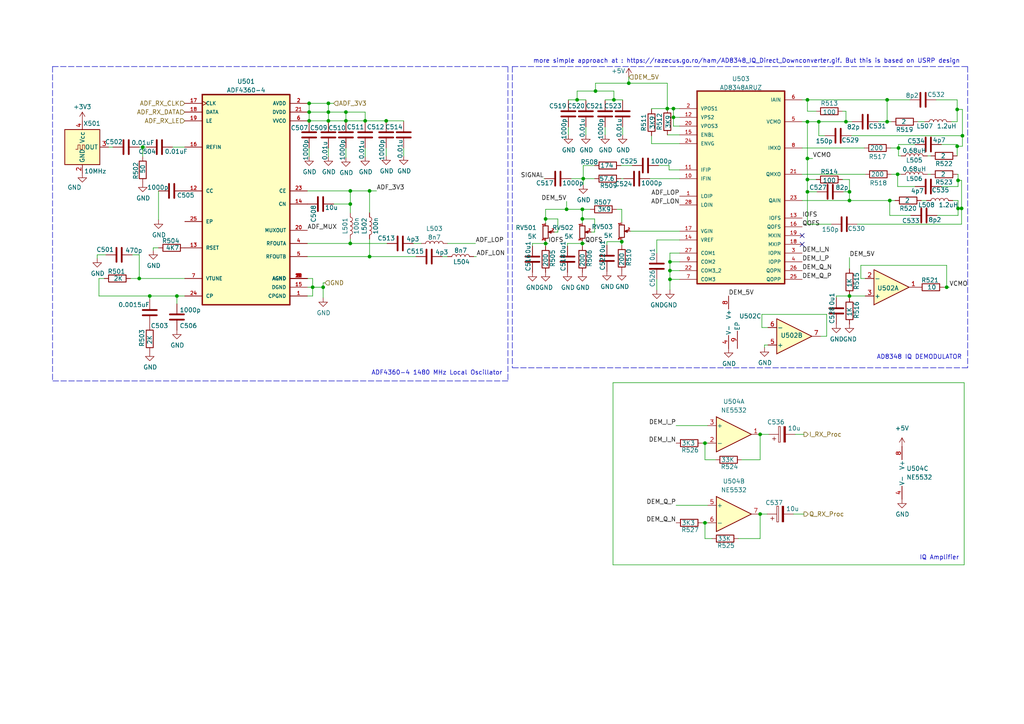
<source format=kicad_sch>
(kicad_sch (version 20231120) (generator "eeschema") (generator_version "8.0")
  (paper "A4")
  (junction (at 51.308 85.852))
  (junction (at 40.386 80.772))
  (junction (at 277.876 60.452))
  (junction (at 237.49 35.306))
  (junction (at 178.054 28.956))
  (junction (at 95.25 32.512))
  (junction (at 260.604 42.926))
  (junction (at 167.386 28.956))
  (junction (at 95.25 29.972))
  (junction (at 107.188 74.422))
  (junction (at 169.164 51.816))
  (junction (at 257.302 28.956))
  (junction (at 204.47 128.524))
  (junction (at 220.472 149.098))
  (junction (at 107.188 55.372))
  (junction (at 246.38 58.166))
  (junction (at 101.6 59.182))
  (junction (at 89.662 29.972))
  (junction (at 260.35 50.546))
  (junction (at 193.548 31.496))
  (junction (at 41.402 42.672))
  (junction (at 234.188 35.306))
  (junction (at 168.91 70.612))
  (junction (at 195.326 31.496))
  (junction (at 182.372 24.13))
  (junction (at 194.31 78.486))
  (junction (at 279.146 39.37))
  (junction (at 101.6 55.372))
  (junction (at 172.72 26.416))
  (junction (at 168.91 63.5))
  (junction (at 246.38 85.852))
  (junction (at 234.188 55.626))
  (junction (at 195.326 34.036))
  (junction (at 101.6 70.612))
  (junction (at 43.434 85.852))
  (junction (at 194.31 81.026))
  (junction (at 105.918 35.052))
  (junction (at 89.662 32.512))
  (junction (at 204.47 151.638))
  (junction (at 258.064 58.166))
  (junction (at 220.472 125.984))
  (junction (at 277.622 31.75))
  (junction (at 158.242 70.612))
  (junction (at 234.188 28.956))
  (junction (at 100.33 35.052))
  (junction (at 158.242 63.5))
  (junction (at 180.34 70.104))
  (junction (at 274.574 83.312))
  (junction (at 278.892 60.452))
  (junction (at 168.91 60.706))
  (junction (at 246.38 55.626))
  (junction (at 277.622 42.418))
  (junction (at 90.678 83.312))
  (junction (at 277.876 52.324))
  (junction (at 234.188 52.07))
  (junction (at 89.662 35.052))
  (junction (at 95.25 35.052))
  (junction (at 164.338 60.706))
  (junction (at 245.364 35.306))
  (junction (at 93.726 83.312))
  (junction (at 257.302 35.306))
  (junction (at 234.188 45.974))
  (junction (at 100.33 32.512))
  (junction (at 194.31 75.946))
  (junction (at 112.014 35.052))
  (no_connect (at 232.664 70.866))
  (no_connect (at 232.664 68.326))
  (wire (pts (xy 168.91 63.5) (xy 168.91 64.77)))
  (wire (pts (xy 239.776 91.186) (xy 220.98 91.186)))
  (wire (pts (xy 197.104 34.036) (xy 195.326 34.036)))
  (wire (pts (xy 89.154 32.512) (xy 89.662 32.512)))
  (wire (pts (xy 89.662 35.306) (xy 89.662 35.052)))
  (wire (pts (xy 279.146 39.37) (xy 279.146 42.418)))
  (wire (pts (xy 176.022 71.12) (xy 176.022 70.104)))
  (wire (pts (xy 273.05 54.102) (xy 277.876 54.102)))
  (wire (pts (xy 38.354 73.914) (xy 40.386 73.914)))
  (wire (pts (xy 276.352 58.166) (xy 277.876 58.166)))
  (wire (pts (xy 194.31 73.406) (xy 194.31 75.946)))
  (wire (pts (xy 274.574 83.312) (xy 275.336 83.312)))
  (wire (pts (xy 101.6 55.372) (xy 101.6 59.182)))
  (wire (pts (xy 268.986 50.546) (xy 270.002 50.546)))
  (wire (pts (xy 277.622 28.956) (xy 271.526 28.956)))
  (wire (pts (xy 117.094 45.212) (xy 117.094 42.926)))
  (wire (pts (xy 107.188 55.372) (xy 107.188 61.722)))
  (wire (pts (xy 158.242 70.612) (xy 159.004 70.612)))
  (wire (pts (xy 51.308 85.852) (xy 51.308 88.138)))
  (polyline (pts (xy 147.32 110.49) (xy 15.24 110.49)) (stroke (width 0) (type dash)))
  (wire (pts (xy 206.502 156.21) (xy 204.47 156.21)))
  (wire (pts (xy 236.728 52.07) (xy 234.188 52.07)))
  (wire (pts (xy 100.33 35.052) (xy 100.33 32.512)))
  (wire (pts (xy 94.234 82.042) (xy 93.726 82.042)))
  (wire (pts (xy 158.242 71.374) (xy 158.242 70.612)))
  (wire (pts (xy 40.386 80.772) (xy 53.594 80.772)))
  (polyline (pts (xy 15.24 19.304) (xy 15.24 110.49)) (stroke (width 0) (type dash)))
  (wire (pts (xy 234.188 28.956) (xy 257.302 28.956)))
  (wire (pts (xy 257.302 28.956) (xy 257.302 35.306)))
  (wire (pts (xy 244.348 32.258) (xy 245.364 32.258)))
  (wire (pts (xy 220.472 133.35) (xy 215.138 133.35)))
  (wire (pts (xy 95.25 29.972) (xy 89.662 29.972)))
  (wire (pts (xy 194.31 81.026) (xy 194.31 84.074)))
  (wire (pts (xy 277.622 41.91) (xy 277.622 42.418)))
  (wire (pts (xy 177.8 110.998) (xy 279.654 110.998)))
  (wire (pts (xy 277.622 28.956) (xy 277.622 31.75)))
  (wire (pts (xy 158.242 60.706) (xy 158.242 63.5)))
  (wire (pts (xy 245.364 35.306) (xy 247.142 35.306)))
  (wire (pts (xy 158.242 70.612) (xy 158.242 69.85)))
  (wire (pts (xy 242.57 85.852) (xy 246.38 85.852)))
  (wire (pts (xy 234.188 45.974) (xy 235.712 45.974)))
  (wire (pts (xy 154.432 71.374) (xy 154.432 70.612)))
  (wire (pts (xy 246.38 52.07) (xy 246.38 55.626)))
  (wire (pts (xy 178.816 60.706) (xy 180.34 60.706)))
  (wire (pts (xy 171.196 60.706) (xy 168.91 60.706)))
  (wire (pts (xy 278.892 52.324) (xy 278.892 60.452)))
  (wire (pts (xy 169.164 48.006) (xy 169.164 51.816)))
  (wire (pts (xy 220.472 156.21) (xy 214.122 156.21)))
  (wire (pts (xy 237.998 97.536) (xy 239.776 97.536)))
  (wire (pts (xy 249.682 80.772) (xy 250.952 80.772)))
  (wire (pts (xy 204.47 133.35) (xy 204.47 128.524)))
  (wire (pts (xy 246.38 85.852) (xy 246.38 86.36)))
  (wire (pts (xy 274.574 76.962) (xy 249.682 76.962)))
  (wire (pts (xy 258.572 50.546) (xy 260.35 50.546)))
  (wire (pts (xy 28.702 80.772) (xy 28.702 85.852)))
  (wire (pts (xy 180.34 69.596) (xy 180.34 70.104)))
  (wire (pts (xy 177.8 110.998) (xy 177.8 163.83)))
  (wire (pts (xy 167.386 26.416) (xy 172.72 26.416)))
  (wire (pts (xy 277.876 50.546) (xy 277.622 50.546)))
  (wire (pts (xy 236.982 55.626) (xy 234.188 55.626)))
  (wire (pts (xy 239.776 97.536) (xy 239.776 91.186)))
  (wire (pts (xy 180.594 28.956) (xy 180.594 29.21)))
  (polyline (pts (xy 148.59 19.304) (xy 280.67 19.304)) (stroke (width 0) (type dash)))
  (wire (pts (xy 279.654 110.998) (xy 279.654 163.83)))
  (wire (pts (xy 278.892 60.452) (xy 277.876 60.452)))
  (wire (pts (xy 260.604 45.212) (xy 261.366 45.212)))
  (wire (pts (xy 273.05 41.91) (xy 277.622 41.91)))
  (wire (pts (xy 190.5 69.596) (xy 197.104 69.596)))
  (wire (pts (xy 172.72 26.416) (xy 178.054 26.416)))
  (wire (pts (xy 275.844 35.306) (xy 277.622 35.306)))
  (wire (pts (xy 222.758 100.076) (xy 221.742 100.076)))
  (wire (pts (xy 193.548 31.496) (xy 195.326 31.496)))
  (wire (pts (xy 95.25 32.512) (xy 95.25 29.972)))
  (polyline (pts (xy 280.67 106.68) (xy 148.59 106.68)) (stroke (width 0) (type dash)))
  (wire (pts (xy 246.38 85.852) (xy 250.952 85.852)))
  (wire (pts (xy 100.33 35.306) (xy 100.33 35.052)))
  (wire (pts (xy 89.154 29.972) (xy 89.662 29.972)))
  (wire (pts (xy 169.164 48.006) (xy 172.466 48.006)))
  (wire (pts (xy 277.876 60.452) (xy 277.876 62.484)))
  (wire (pts (xy 95.25 35.306) (xy 95.25 35.052)))
  (wire (pts (xy 268.986 45.212) (xy 270.002 45.212)))
  (wire (pts (xy 169.926 39.116) (xy 169.926 36.83)))
  (wire (pts (xy 43.434 85.852) (xy 51.308 85.852)))
  (wire (pts (xy 260.604 45.212) (xy 260.604 42.926)))
  (wire (pts (xy 273.812 83.312) (xy 274.574 83.312)))
  (wire (pts (xy 105.918 35.052) (xy 112.014 35.052)))
  (wire (pts (xy 169.926 28.956) (xy 169.926 29.21)))
  (wire (pts (xy 176.022 70.104) (xy 180.34 70.104)))
  (wire (pts (xy 260.35 54.102) (xy 260.35 50.546)))
  (wire (pts (xy 258.064 62.484) (xy 264.16 62.484)))
  (wire (pts (xy 43.434 85.852) (xy 28.702 85.852)))
  (wire (pts (xy 277.876 54.102) (xy 277.876 52.324)))
  (wire (pts (xy 232.664 42.926) (xy 250.698 42.926)))
  (wire (pts (xy 194.056 48.006) (xy 194.056 49.276)))
  (wire (pts (xy 89.662 35.052) (xy 89.662 32.512)))
  (wire (pts (xy 277.622 45.212) (xy 277.622 42.418)))
  (wire (pts (xy 220.472 149.098) (xy 220.472 156.21)))
  (wire (pts (xy 260.604 41.91) (xy 260.604 42.926)))
  (wire (pts (xy 112.014 35.052) (xy 117.094 35.052)))
  (wire (pts (xy 259.588 58.166) (xy 258.064 58.166)))
  (wire (pts (xy 220.472 125.984) (xy 223.012 125.984)))
  (wire (pts (xy 157.734 51.816) (xy 157.988 51.816)))
  (polyline (pts (xy 148.59 19.304) (xy 148.59 106.68)) (stroke (width 0) (type dash)))
  (wire (pts (xy 41.402 42.672) (xy 41.402 45.466)))
  (wire (pts (xy 51.308 85.852) (xy 53.594 85.852)))
  (wire (pts (xy 158.242 63.5) (xy 158.242 64.77)))
  (wire (pts (xy 267.208 58.166) (xy 268.732 58.166)))
  (wire (pts (xy 190.5 69.596) (xy 190.5 73.406)))
  (wire (pts (xy 164.846 36.83) (xy 164.846 39.116)))
  (wire (pts (xy 204.47 151.638) (xy 205.232 151.638)))
  (wire (pts (xy 266.192 35.306) (xy 268.224 35.306)))
  (wire (pts (xy 168.91 70.612) (xy 168.91 71.374)))
  (wire (pts (xy 246.38 85.598) (xy 246.38 85.852)))
  (wire (pts (xy 195.326 36.576) (xy 195.326 34.036)))
  (wire (pts (xy 178.054 26.416) (xy 178.054 28.956)))
  (wire (pts (xy 193.548 24.13) (xy 182.372 24.13)))
  (wire (pts (xy 203.708 151.638) (xy 204.47 151.638)))
  (wire (pts (xy 254.762 35.306) (xy 257.302 35.306)))
  (wire (pts (xy 107.188 74.422) (xy 120.65 74.422)))
  (wire (pts (xy 241.046 65.024) (xy 234.188 65.024)))
  (wire (pts (xy 260.35 50.546) (xy 261.366 50.546)))
  (wire (pts (xy 197.104 41.656) (xy 188.976 41.656)))
  (wire (pts (xy 258.318 42.926) (xy 260.604 42.926)))
  (wire (pts (xy 242.57 85.852) (xy 242.57 86.36)))
  (wire (pts (xy 95.25 45.466) (xy 95.25 42.926)))
  (wire (pts (xy 164.338 58.42) (xy 164.338 60.706)))
  (wire (pts (xy 95.25 32.512) (xy 100.33 32.512)))
  (wire (pts (xy 195.326 34.036) (xy 195.326 31.496)))
  (wire (pts (xy 89.154 35.052) (xy 89.662 35.052)))
  (polyline (pts (xy 15.24 19.304) (xy 147.32 19.304)) (stroke (width 0) (type dash)))
  (wire (pts (xy 89.662 35.052) (xy 95.25 35.052)))
  (wire (pts (xy 105.918 32.512) (xy 105.918 35.052)))
  (wire (pts (xy 232.664 50.546) (xy 250.952 50.546)))
  (wire (pts (xy 168.91 60.706) (xy 168.91 63.5)))
  (wire (pts (xy 45.974 71.882) (xy 44.45 71.882)))
  (wire (pts (xy 277.876 52.324) (xy 277.876 50.546)))
  (wire (pts (xy 101.6 69.342) (xy 101.6 70.612)))
  (wire (pts (xy 188.976 31.496) (xy 193.548 31.496)))
  (wire (pts (xy 164.846 29.21) (xy 164.846 28.956)))
  (wire (pts (xy 279.146 31.75) (xy 279.146 39.37)))
  (wire (pts (xy 112.014 42.926) (xy 112.014 45.212)))
  (wire (pts (xy 117.094 35.052) (xy 117.094 35.306)))
  (wire (pts (xy 158.242 60.706) (xy 164.338 60.706)))
  (wire (pts (xy 89.662 32.512) (xy 89.662 29.972)))
  (wire (pts (xy 89.154 55.372) (xy 101.6 55.372)))
  (wire (pts (xy 190.5 81.026) (xy 190.5 84.074)))
  (wire (pts (xy 194.31 81.026) (xy 197.104 81.026)))
  (wire (pts (xy 180.594 39.116) (xy 180.594 36.83)))
  (wire (pts (xy 220.98 91.186) (xy 220.98 94.996)))
  (wire (pts (xy 95.25 35.052) (xy 95.25 32.512)))
  (wire (pts (xy 112.014 35.306) (xy 112.014 35.052)))
  (wire (pts (xy 43.434 85.852) (xy 43.434 86.868)))
  (wire (pts (xy 182.372 22.352) (xy 182.372 24.13)))
  (wire (pts (xy 96.774 59.182) (xy 101.6 59.182)))
  (wire (pts (xy 277.622 42.418) (xy 279.146 42.418)))
  (wire (pts (xy 172.466 63.5) (xy 168.91 63.5)))
  (wire (pts (xy 90.678 83.312) (xy 90.678 85.852)))
  (wire (pts (xy 182.88 67.056) (xy 197.104 67.056)))
  (wire (pts (xy 101.6 55.372) (xy 107.188 55.372)))
  (wire (pts (xy 164.846 28.956) (xy 167.386 28.956)))
  (wire (pts (xy 105.918 35.052) (xy 105.918 35.306)))
  (wire (pts (xy 31.496 42.672) (xy 32.766 42.672)))
  (wire (pts (xy 188.976 41.656) (xy 188.976 39.37)))
  (wire (pts (xy 89.154 74.422) (xy 107.188 74.422)))
  (wire (pts (xy 161.798 63.5) (xy 158.242 63.5)))
  (wire (pts (xy 154.432 70.612) (xy 158.242 70.612)))
  (wire (pts (xy 188.468 51.816) (xy 197.104 51.816)))
  (wire (pts (xy 93.726 86.36) (xy 93.726 83.312)))
  (wire (pts (xy 194.31 78.486) (xy 197.104 78.486)))
  (wire (pts (xy 234.188 28.956) (xy 234.188 32.258)))
  (wire (pts (xy 89.662 32.512) (xy 95.25 32.512)))
  (wire (pts (xy 160.782 67.31) (xy 161.798 67.31)))
  (wire (pts (xy 164.592 70.612) (xy 168.91 70.612)))
  (wire (pts (xy 232.664 28.956) (xy 234.188 28.956)))
  (wire (pts (xy 90.678 80.772) (xy 90.678 83.312)))
  (wire (pts (xy 234.188 45.974) (xy 234.188 35.306)))
  (wire (pts (xy 105.918 45.466) (xy 105.918 42.926)))
  (wire (pts (xy 230.124 149.098) (xy 233.172 149.098)))
  (wire (pts (xy 165.608 51.816) (xy 169.164 51.816)))
  (wire (pts (xy 107.188 69.342) (xy 107.188 74.422)))
  (wire (pts (xy 194.31 75.946) (xy 194.31 78.486)))
  (wire (pts (xy 90.678 85.852) (xy 89.154 85.852)))
  (wire (pts (xy 246.38 55.626) (xy 246.38 58.166)))
  (wire (pts (xy 220.472 149.098) (xy 222.504 149.098)))
  (wire (pts (xy 279.146 31.75) (xy 277.622 31.75)))
  (wire (pts (xy 172.466 67.31) (xy 172.466 63.5)))
  (wire (pts (xy 180.086 51.816) (xy 180.848 51.816)))
  (wire (pts (xy 257.302 28.956) (xy 263.906 28.956)))
  (wire (pts (xy 203.708 128.524) (xy 204.47 128.524)))
  (wire (pts (xy 119.888 70.612) (xy 122.174 70.612)))
  (wire (pts (xy 89.154 70.612) (xy 101.6 70.612)))
  (wire (pts (xy 221.742 100.076) (xy 221.742 100.838)))
  (wire (pts (xy 101.6 59.182) (xy 101.6 61.722)))
  (wire (pts (xy 168.91 69.85) (xy 168.91 70.612)))
  (wire (pts (xy 167.386 28.956) (xy 169.926 28.956)))
  (wire (pts (xy 175.514 29.21) (xy 175.514 28.956)))
  (wire (pts (xy 274.574 83.312) (xy 274.574 76.962)))
  (wire (pts (xy 204.47 156.21) (xy 204.47 151.638)))
  (wire (pts (xy 180.34 60.706) (xy 180.34 64.516)))
  (wire (pts (xy 100.33 42.926) (xy 100.33 45.72)))
  (wire (pts (xy 89.662 45.466) (xy 89.662 42.926)))
  (wire (pts (xy 193.548 24.13) (xy 193.548 31.496)))
  (wire (pts (xy 245.364 32.258) (xy 245.364 35.306)))
  (polyline (pts (xy 280.67 19.304) (xy 280.67 106.68)) (stroke (width 0) (type dash)))
  (wire (pts (xy 129.794 70.612) (xy 137.922 70.612)))
  (wire (pts (xy 93.726 83.312) (xy 90.678 83.312)))
  (wire (pts (xy 44.45 71.882) (xy 44.45 72.644)))
  (wire (pts (xy 279.654 163.83) (xy 177.8 163.83)))
  (wire (pts (xy 89.154 83.312) (xy 90.678 83.312)))
  (wire (pts (xy 164.592 71.374) (xy 164.592 70.612)))
  (wire (pts (xy 205.232 123.444) (xy 196.088 123.444)))
  (wire (pts (xy 194.31 78.486) (xy 194.31 81.026)))
  (wire (pts (xy 30.734 73.914) (xy 28.194 73.914)))
  (wire (pts (xy 230.632 125.984) (xy 233.172 125.984)))
  (wire (pts (xy 37.846 80.772) (xy 40.386 80.772)))
  (wire (pts (xy 220.98 94.996) (xy 222.758 94.996)))
  (wire (pts (xy 168.91 70.612) (xy 169.672 70.612)))
  (wire (pts (xy 95.25 29.972) (xy 96.774 29.972)))
  (wire (pts (xy 28.194 73.914) (xy 28.194 74.93)))
  (wire (pts (xy 265.43 54.102) (xy 260.35 54.102)))
  (wire (pts (xy 234.188 35.306) (xy 237.49 35.306)))
  (wire (pts (xy 100.33 35.052) (xy 105.918 35.052)))
  (wire (pts (xy 232.664 35.306) (xy 234.188 35.306)))
  (wire (pts (xy 40.386 73.914) (xy 40.386 80.772)))
  (wire (pts (xy 188.976 31.75) (xy 188.976 31.496)))
  (wire (pts (xy 277.876 58.166) (xy 277.876 60.452)))
  (wire (pts (xy 50.038 42.672) (xy 53.594 42.672)))
  (wire (pts (xy 234.188 52.07) (xy 234.188 45.974)))
  (wire (pts (xy 107.188 55.372) (xy 109.22 55.372)))
  (wire (pts (xy 197.104 36.576) (xy 195.326 36.576)))
  (wire (pts (xy 236.728 32.258) (xy 234.188 32.258)))
  (wire (pts (xy 246.888 39.37) (xy 279.146 39.37)))
  (wire (pts (xy 277.876 62.484) (xy 271.78 62.484)))
  (wire (pts (xy 101.6 70.612) (xy 112.268 70.612)))
  (wire (pts (xy 93.726 82.042) (xy 93.726 83.312)))
  (wire (pts (xy 89.154 80.772) (xy 90.678 80.772)))
  (wire (pts (xy 171.45 67.31) (xy 172.466 67.31)))
  (wire (pts (xy 257.302 35.306) (xy 258.572 35.306)))
  (wire (pts (xy 278.892 60.452) (xy 278.892 65.024)))
  (wire (pts (xy 244.602 55.626) (xy 246.38 55.626)))
  (wire (pts (xy 172.72 24.13) (xy 172.72 26.416)))
  (wire (pts (xy 194.056 49.276) (xy 197.104 49.276)))
  (wire (pts (xy 246.38 74.676) (xy 246.38 77.978)))
  (wire (pts (xy 172.466 51.816) (xy 169.164 51.816)))
  (wire (pts (xy 249.682 76.962) (xy 249.682 80.772)))
  (wire (pts (xy 277.622 31.75) (xy 277.622 35.306)))
  (wire (pts (xy 196.088 146.558) (xy 205.232 146.558)))
  (wire (pts (xy 193.548 39.116) (xy 197.104 39.116)))
  (wire (pts (xy 246.38 58.166) (xy 258.064 58.166)))
  (wire (pts (xy 197.104 31.496) (xy 195.326 31.496)))
  (wire (pts (xy 194.31 75.946) (xy 197.104 75.946)))
  (wire (pts (xy 191.008 48.006) (xy 194.056 48.006)))
  (wire (pts (xy 40.386 42.672) (xy 41.402 42.672)))
  (wire (pts (xy 237.49 35.306) (xy 245.364 35.306)))
  (wire (pts (xy 41.402 42.672) (xy 42.418 42.672)))
  (wire (pts (xy 237.49 35.306) (xy 237.49 39.37)))
  (wire (pts (xy 182.372 24.13) (xy 172.72 24.13)))
  (wire (pts (xy 248.666 65.024) (xy 278.892 65.024)))
  (wire (pts (xy 207.518 133.35) (xy 204.47 133.35)))
  (wire (pts (xy 175.514 28.956) (xy 178.054 28.956)))
  (wire (pts (xy 45.974 55.372) (xy 45.974 63.754)))
  (wire (pts (xy 161.798 67.31) (xy 161.798 63.5)))
  (wire (pts (xy 197.104 73.406) (xy 194.31 73.406)))
  (wire (pts (xy 178.054 28.956) (xy 180.594 28.956)))
  (polyline (pts (xy 147.32 19.304) (xy 147.32 110.49)) (stroke (width 0) (type dash)))
  (wire (pts (xy 234.188 52.07) (xy 234.188 55.626)))
  (wire (pts (xy 265.43 41.91) (xy 260.604 41.91)))
  (wire (pts (xy 234.188 55.626) (xy 234.188 65.024)))
  (wire (pts (xy 220.472 125.984) (xy 220.472 133.35)))
  (wire (pts (xy 244.348 52.07) (xy 246.38 52.07)))
  (wire (pts (xy 169.164 53.594) (xy 169.164 51.816)))
  (wire (pts (xy 137.414 74.422) (xy 138.176 74.422)))
  (wire (pts (xy 128.27 74.422) (xy 129.794 74.422)))
  (wire (pts (xy 95.25 35.052) (xy 100.33 35.052)))
  (wire (pts (xy 30.226 80.772) (xy 28.702 80.772)))
  (wire (pts (xy 204.47 128.524) (xy 205.232 128.524)))
  (wire (pts (xy 239.268 39.37) (xy 237.49 39.37)))
  (wire (pts (xy 100.33 32.512) (xy 105.918 32.512)))
  (wire (pts (xy 258.064 58.166) (xy 258.064 62.484)))
  (wire (pts (xy 232.664 58.166) (xy 246.38 58.166)))
  (wire (pts (xy 168.91 60.706) (xy 164.338 60.706)))
  (wire (pts (xy 180.086 48.006) (xy 183.388 48.006)))
  (wire (pts (xy 167.386 28.956) (xy 167.386 26.416)))
  (wire (pts (xy 277.876 52.324) (xy 278.892 52.324)))
  (wire (pts (xy 175.514 36.83) (xy 175.514 39.116)))
  (wire (pts (xy 180.34 71.12) (xy 180.34 70.104)))
  (text "ADF4360-4 1480 MHz Local Oscillator" (at 107.696 108.966 0) (effects (font (size 1.27 1.27)) (justify left bottom)))
  (text "IQ Amplifier" (at 266.7 162.56 0) (effects (font (size 1.27 1.27)) (justify left bottom)))
  (text "AD8348 IQ DEMODULATOR" (at 254.254 104.394 0) (effects (font (size 1.27 1.27)) (justify left bottom)))
  (text "more simple approach at : https://razecus.go.ro/ham/AD8348_IQ_Direct_Downconverter.gif. But this is based on USRP design" (at 216.535 17.78 0) (effects (font (size 1.27 1.27))))
  (label "DEM_I_N" (at 232.664 73.406 0))
  (label "ADF_LOP" (at 137.922 70.612 0))
  (label "VCMO" (at 275.336 83.312 0))
  (label "DEM_I_P" (at 232.664 75.946 0))
  (label "ADF_LOP" (at 197.104 56.896 180))
  (label "DEM_5V" (at 164.338 58.42 180))
  (label "SIGNAL" (at 157.734 51.816 180))
  (label "DEM_Q_P" (at 232.664 81.026 0))
  (label "DEM_5V" (at 246.38 74.676 0))
  (label "ADF_LON" (at 197.104 59.436 180))
  (label "DEM_5V" (at 211.328 85.852 0))
  (label "DEM_Q_P" (at 196.088 146.558 180))
  (label "QOFS" (at 169.672 70.612 0))
  (label "DEM_Q_N" (at 232.664 78.486 0))
  (label "ADF_LON" (at 138.176 74.422 0))
  (label "DEM_I_N" (at 196.088 128.524 180))
  (label "QOFS" (at 232.664 65.786 0))
  (label "IOFS" (at 159.004 70.612 0))
  (label "ADF_3V3" (at 109.22 55.372 0))
  (label "IOFS" (at 232.664 63.246 0))
  (label "VCMO" (at 235.712 45.974 0))
  (label "DEM_Q_N" (at 196.088 151.638 180))
  (label "DEM_I_P" (at 196.088 123.444 180))
  (label "ADF_MUX" (at 89.154 66.802 0))
  (hierarchical_label "ADF_3V3" (shape input) (at 96.774 29.972 0))
  (hierarchical_label "Q_RX_Proc" (shape output) (at 233.172 149.098 0))
  (hierarchical_label "ADF_RX_LE" (shape input) (at 53.594 35.052 180))
  (hierarchical_label "ADF_RX_DATA" (shape input) (at 53.594 32.512 180))
  (hierarchical_label "ADF_RX_CLK" (shape input) (at 53.594 29.972 180))
  (hierarchical_label "DEM_5V" (shape input) (at 182.372 22.352 0))
  (hierarchical_label "GND" (shape input) (at 94.234 82.042 0))
  (hierarchical_label "I_RX_Proc" (shape output) (at 233.172 125.984 0))
  (symbol (lib_id "Amplifier_Operational:NE5532") (at 264.16 137.16 0) (unit 3)
    (property "Reference" "U504" (at 262.89 135.8899 0) (effects (justify left)))
    (property "Value" "NE5532" (at 262.89 138.4299 0) (effects (justify left)))
    (property "Datasheet" "http://www.ti.com/lit/ds/symlink/ne5532.pdf" (effects (hide yes)))
    (property "Description" "Dual Low-Noise Operational Amplifiers, DIP-8/SOIC-8" (effects (hide yes)))
  )
  (symbol (lib_id "Device:R") (at 254.762 50.546 270) (unit 1)
    (property "Reference" "R518" (at 254.762 53.086 90))
    (property "Value" "200" (at 254.508 50.546 90))
    (property "Footprint" "Resistor_SMD:R_0805_2012Metric" (effects (hide yes)))
    (property "Description" "0805 Resistor" (effects (hide yes)))
    (property "Size" "0805" (effects (hide yes)))
  )
  (symbol (lib_id "Device:R") (at 176.276 51.816 270) (unit 1)
    (property "Reference" "R509" (at 176.53 53.848 90))
    (property "Value" "57.6" (at 176.022 51.816 90))
    (property "Footprint" "Resistor_SMD:R_0805_2012Metric" (effects (hide yes)))
    (property "Description" "0805 Resistor" (effects (hide yes)))
    (property "Size" "0805" (effects (hide yes)))
  )
  (symbol (lib_id "power:GND") (at 23.876 50.292 0) (unit 1)
    (property "Reference" "#PWR0534" (effects (hide yes)))
    (property "Value" "GND" (at 21.59 54.356 0))
  )
  (symbol (lib_id "Enevo_WE-10_library:GND") (at 45.974 63.754 0) (unit 1)
    (property "Reference" "#PWR0505" (effects (hide yes)))
    (property "Value" "GND" (at 46.101 68.1482 0))
  )
  (symbol (lib_id "Device:C") (at 175.514 33.02 180) (unit 1)
    (property "Reference" "C521" (at 175.006 30.734 0) (effects (justify left)))
    (property "Value" "1000p" (at 174.244 34.29 90) (effects (justify left)))
    (property "Footprint" "Capacitor_SMD:C_0805_2012Metric" (effects (hide yes)))
    (property "Description" "0805 Capacitor" (effects (hide yes)))
    (property "Size" "0805" (effects (hide yes)))
  )
  (symbol (lib_id "Device:R") (at 240.538 52.07 90) (unit 1)
    (property "Reference" "R514" (at 240.538 49.784 90))
    (property "Value" "100" (at 240.538 52.324 90))
    (property "Footprint" "Resistor_SMD:R_0805_2012Metric" (effects (hide yes)))
    (property "Description" "0805 Resistor" (effects (hide yes)))
    (property "Size" "0805" (effects (hide yes)))
  )
  (symbol (lib_id "Device:C") (at 92.964 59.182 270) (unit 1)
    (property "Reference" "C508" (at 90.932 59.436 0) (effects (justify left)))
    (property "Value" "10u" (at 94.234 60.198 90) (effects (justify left)))
    (property "Footprint" "Capacitor_SMD:C_1206_3216Metric" (effects (hide yes)))
    (property "Description" "1206 Capacitor" (effects (hide yes)))
    (property "Size" "1206" (effects (hide yes)))
  )
  (symbol (lib_id "Enevo_WE-10_library:GND") (at 246.38 93.98 0) (unit 1)
    (property "Reference" "#PWR0530" (effects (hide yes)))
    (property "Value" "GND" (at 246.507 98.3742 0))
  )
  (symbol (lib_id "Device:R") (at 158.242 75.184 0) (unit 1)
    (property "Reference" "R505" (at 160.274 74.93 90))
    (property "Value" "200" (at 158.242 75.438 90))
    (property "Footprint" "Resistor_SMD:R_0805_2012Metric" (effects (hide yes)))
    (property "Description" "0805 Resistor" (effects (hide yes)))
    (property "Size" "0805" (effects (hide yes)))
  )
  (symbol (lib_id "Amplifier_Operational:ADA4898-2") (at 213.868 93.472 0) (unit 3)
    (property "Reference" "U502" (at 214.376 91.694 0) (effects (justify left)))
    (property "Value" "ADA4898-2" (effects (hide yes)))
    (property "Footprint" "Package_SO:SOIC-8-1EP_3.9x4.9mm_P1.27mm_EP2.41x3.81mm" (effects (hide yes)))
    (property "Datasheet" "https://www.analog.com/media/en/technical-documentation/data-sheets/ada4898-1_4898-2.pdf" (effects (hide yes)))
    (property "Description" "Dual High Voltage, Low Noise, Low Distortion, Unity-Gain Stable, High Speed Op Amp, SOIC-8-1EP" (effects (hide yes)))
  )
  (symbol (lib_id "Enevo_WE-10_library:GND") (at 261.62 144.78 0) (unit 1)
    (property "Reference" "#PWR0531" (effects (hide yes)))
    (property "Value" "GND" (at 261.747 149.1742 0))
  )
  (symbol (lib_id "Device:R") (at 246.38 90.17 0) (unit 1)
    (property "Reference" "R516" (at 248.412 89.916 90))
    (property "Value" "1K" (at 246.38 90.424 90))
    (property "Footprint" "Resistor_SMD:R_0805_2012Metric" (effects (hide yes)))
    (property "Description" "0805 Resistor" (effects (hide yes)))
    (property "Size" "0805" (effects (hide yes)))
  )
  (symbol (lib_id "Amplifier_Operational:ADA4898-2") (at 230.378 97.536 0) (mirror x) (unit 2)
    (property "Reference" "U502" (at 229.616 97.282 0))
    (property "Value" "ADA4898-2" (effects (hide yes)))
    (property "Footprint" "Package_SO:SOIC-8-1EP_3.9x4.9mm_P1.27mm_EP2.41x3.81mm" (effects (hide yes)))
    (property "Datasheet" "https://www.analog.com/media/en/technical-documentation/data-sheets/ada4898-1_4898-2.pdf" (effects (hide yes)))
    (property "Description" "Dual High Voltage, Low Noise, Low Distortion, Unity-Gain Stable, High Speed Op Amp, SOIC-8-1EP" (effects (hide yes)))
  )
  (symbol (lib_id "Device:R") (at 43.434 98.298 0) (unit 1)
    (property "Reference" "R503" (at 41.148 98.044 90))
    (property "Value" "2K" (at 43.434 98.552 90))
    (property "Footprint" "Resistor_SMD:R_0805_2012Metric" (effects (hide yes)))
    (property "Description" "0805 Resistor" (effects (hide yes)))
    (property "Size" "0805" (effects (hide yes)))
  )
  (symbol (lib_id "Device:C") (at 164.846 33.02 180) (unit 1)
    (property "Reference" "C519" (at 164.338 30.734 0) (effects (justify left)))
    (property "Value" "1000p" (at 163.576 34.29 90) (effects (justify left)))
    (property "Footprint" "Capacitor_SMD:C_0805_2012Metric" (effects (hide yes)))
    (property "Description" "0805 Capacitor" (effects (hide yes)))
    (property "Size" "0805" (effects (hide yes)))
  )
  (symbol (lib_id "Device:C") (at 161.798 51.816 270) (unit 1)
    (property "Reference" "C517" (at 155.448 53.086 90) (effects (justify left)))
    (property "Value" "1000p" (at 163.068 53.086 90) (effects (justify left)))
    (property "Footprint" "Capacitor_SMD:C_0805_2012Metric" (effects (hide yes)))
    (property "Description" "0805 Capacitor" (effects (hide yes)))
    (property "Size" "0805" (effects (hide yes)))
  )
  (symbol (lib_id "Device:C") (at 124.46 74.422 270) (unit 1)
    (property "Reference" "C515" (at 117.856 72.898 90) (effects (justify left)))
    (property "Value" "4p3" (at 126.238 73.152 90) (effects (justify left)))
    (property "Footprint" "Capacitor_SMD:C_0805_2012Metric" (effects (hide yes)))
    (property "Description" "0805 Capacitor" (effects (hide yes)))
    (property "Size" "0805" (effects (hide yes)))
  )
  (symbol (lib_id "Device:R") (at 188.976 35.56 180) (unit 1)
    (property "Reference" "R511" (at 186.69 35.56 90))
    (property "Value" "3K9" (at 189.23 35.56 90))
    (property "Footprint" "Resistor_SMD:R_0805_2012Metric" (effects (hide yes)))
    (property "Description" "0805 Resistor" (effects (hide yes)))
    (property "Size" "0805" (effects (hide yes)))
  )
  (symbol (lib_id "Enevo_WE-10_library:GND") (at 41.402 53.086 0) (unit 1)
    (property "Reference" "#PWR0502" (effects (hide yes)))
    (property "Value" "GND" (at 41.529 57.4802 0))
  )
  (symbol (lib_id "Device:L") (at 101.6 65.532 0) (unit 1)
    (property "Reference" "L501" (at 100.076 65.532 90))
    (property "Value" "100n" (at 103.378 65.532 90))
    (property "Footprint" "Inductor_SMD:L_0805_2012Metric" (effects (hide yes)))
    (property "Description" "0805 Inductor" (effects (hide yes)))
    (property "Size" "0805" (effects (hide yes)))
  )
  (symbol (lib_id "Device:C") (at 240.792 55.626 270) (unit 1)
    (property "Reference" "C527" (at 234.696 54.356 90) (effects (justify left)))
    (property "Value" "82p" (at 242.316 54.356 90) (effects (justify left)))
    (property "Footprint" "Capacitor_SMD:C_0805_2012Metric" (effects (hide yes)))
    (property "Description" "0805 Capacitor" (effects (hide yes)))
    (property "Size" "0805" (effects (hide yes)))
  )
  (symbol (lib_id "Device:R") (at 240.538 32.258 90) (unit 1)
    (property "Reference" "R513" (at 240.538 29.972 90))
    (property "Value" "100" (at 240.538 32.512 90))
    (property "Footprint" "Resistor_SMD:R_0805_2012Metric" (effects (hide yes)))
    (property "Description" "0805 Resistor" (effects (hide yes)))
    (property "Size" "0805" (effects (hide yes)))
  )
  (symbol (lib_id "power:+5V") (at 261.62 129.54 0) (unit 1)
    (property "Reference" "#PWR0532" (effects (hide yes)))
    (property "Value" "+5V" (at 261.62 124.206 0))
    (property "Description" "Power symbol creates a global label with name \"+5V\"" (effects (hide yes)))
  )
  (symbol (lib_id "Device:C") (at 187.198 48.006 270) (unit 1)
    (property "Reference" "C525" (at 179.832 46.736 90) (effects (justify left)))
    (property "Value" "1000p" (at 188.722 46.736 90) (effects (justify left)))
    (property "Footprint" "Capacitor_SMD:C_0805_2012Metric" (effects (hide yes)))
    (property "Description" "0805 Capacitor" (effects (hide yes)))
    (property "Size" "0805" (effects (hide yes)))
  )
  (symbol (lib_id "Device:C") (at 100.33 39.116 180) (unit 1)
    (property "Reference" "C510" (at 100.33 37.084 0) (effects (justify left)))
    (property "Value" "1000p" (at 99.314 40.386 90) (effects (justify left)))
    (property "Footprint" "Capacitor_SMD:C_0805_2012Metric" (effects (hide yes)))
    (property "Description" "0805 Capacitor" (effects (hide yes)))
    (property "Size" "0805" (effects (hide yes)))
  )
  (symbol (lib_id "Device:R") (at 273.812 45.212 270) (unit 1)
    (property "Reference" "R522" (at 273.812 47.498 90))
    (property "Value" "2" (at 273.558 45.212 90))
    (property "Footprint" "Resistor_SMD:R_0805_2012Metric" (effects (hide yes)))
    (property "Description" "0805 Resistor" (effects (hide yes)))
    (property "Size" "0805" (effects (hide yes)))
  )
  (symbol (lib_id "Enevo_WE-10_library:GND") (at 95.25 45.466 0) (unit 1)
    (property "Reference" "#PWR0509" (effects (hide yes)))
    (property "Value" "GND" (at 95.377 49.8602 0))
  )
  (symbol (lib_id "Device:C") (at 176.022 74.93 0) (unit 1)
    (property "Reference" "C522" (at 174.752 78.486 90) (effects (justify left)))
    (property "Value" "0u1" (at 174.752 73.406 90) (effects (justify left)))
    (property "Footprint" "Capacitor_SMD:C_0805_2012Metric" (effects (hide yes)))
    (property "Description" "0805 Capacitor" (effects (hide yes)))
    (property "Size" "0805" (effects (hide yes)))
  )
  (symbol (lib_id "Device:R") (at 176.276 48.006 270) (unit 1)
    (property "Reference" "R508" (at 170.942 46.99 90))
    (property "Value" "174" (at 176.022 48.006 90))
    (property "Footprint" "Resistor_SMD:R_0805_2012Metric" (effects (hide yes)))
    (property "Description" "0805 Resistor" (effects (hide yes)))
    (property "Size" "0805" (effects (hide yes)))
  )
  (symbol (lib_id "Device:C") (at 95.25 39.116 180) (unit 1)
    (property "Reference" "C509" (at 94.996 37.084 0) (effects (justify left)))
    (property "Value" "0.01u" (at 94.234 40.894 90) (effects (justify left)))
    (property "Footprint" "Capacitor_SMD:C_0805_2012Metric" (effects (hide yes)))
    (property "Description" "0805 Capacitor" (effects (hide yes)))
    (property "Size" "0805" (effects (hide yes)))
  )
  (symbol (lib_id "Enevo_WE-10_library:GND") (at 169.164 53.594 0) (unit 1)
    (property "Reference" "#PWR0519" (effects (hide yes)))
    (property "Value" "GND" (at 169.291 57.9882 0))
  )
  (symbol (lib_id "Enevo_WE-10_library:GND") (at 154.432 78.994 0) (unit 1)
    (property "Reference" "#PWR0514" (effects (hide yes)))
    (property "Value" "GND" (at 154.559 83.3882 0))
  )
  (symbol (lib_id "Device:C") (at 112.014 39.116 180) (unit 1)
    (property "Reference" "C512" (at 111.506 36.83 0) (effects (justify left)))
    (property "Value" "1000p" (at 110.744 40.386 90) (effects (justify left)))
    (property "Footprint" "Capacitor_SMD:C_0805_2012Metric" (effects (hide yes)))
    (property "Description" "0805 Capacitor" (effects (hide yes)))
    (property "Size" "0805" (effects (hide yes)))
  )
  (symbol (lib_id "Device:R") (at 41.402 49.276 180) (unit 1)
    (property "Reference" "R502" (at 39.37 49.53 90))
    (property "Value" "50" (at 41.402 49.022 90))
    (property "Footprint" "Resistor_SMD:R_0805_2012Metric" (effects (hide yes)))
    (property "Description" "0805 Resistor" (effects (hide yes)))
    (property "Size" "0805" (effects (hide yes)))
  )
  (symbol (lib_id "Device:R_Potentiometer_Small") (at 168.91 67.31 0) (unit 1)
    (property "Reference" "RV502" (at 166.37 66.0399 0) (effects (justify right)))
    (property "Value" "5K" (at 166.37 68.5799 0) (effects (justify right)))
    (property "Description" "Potentiometer" (effects (hide yes)))
  )
  (symbol (lib_id "Enevo_WE-10_library:GND") (at 51.308 95.758 0) (unit 1)
    (property "Reference" "#PWR0506" (effects (hide yes)))
    (property "Value" "GND" (at 51.435 100.1522 0))
  )
  (symbol (lib_id "Device:C") (at 46.228 42.672 270) (unit 1)
    (property "Reference" "C504" (at 40.132 43.942 90) (effects (justify left)))
    (property "Value" "0.01uF" (at 47.752 43.942 90) (effects (justify left)))
    (property "Footprint" "Capacitor_SMD:C_0805_2012Metric" (effects (hide yes)))
    (property "Description" "0805 Capacitor" (effects (hide yes)))
    (property "Size" "0805" (effects (hide yes)))
  )
  (symbol (lib_id "Enevo_WE-10_library:GND") (at 112.014 45.212 0) (unit 1)
    (property "Reference" "#PWR0512" (effects (hide yes)))
    (property "Value" "GND" (at 112.141 49.6062 0))
  )
  (symbol (lib_id "Device:C") (at 34.544 73.914 270) (unit 1)
    (property "Reference" "C501" (at 27.94 72.39 90) (effects (justify left)))
    (property "Value" "470p" (at 36.322 72.644 90) (effects (justify left)))
    (property "Footprint" "Capacitor_SMD:C_0805_2012Metric" (effects (hide yes)))
    (property "Description" "0805 Capacitor" (effects (hide yes)))
    (property "Size" "0805" (effects (hide yes)))
  )
  (symbol (lib_id "Enevo_WE-10_library:GND") (at 158.242 78.994 0) (unit 1)
    (property "Reference" "#PWR0515" (effects (hide yes)))
    (property "Value" "GND" (at 158.369 83.3882 0))
  )
  (symbol (lib_id "Amplifier_Operational:NE5532") (at 212.852 125.984 0) (unit 1)
    (property "Reference" "U504" (at 212.852 116.459 0))
    (property "Value" "NE5532" (at 212.852 118.999 0))
    (property "Datasheet" "http://www.ti.com/lit/ds/symlink/ne5532.pdf" (effects (hide yes)))
    (property "Description" "Dual Low-Noise Operational Amplifiers, DIP-8/SOIC-8" (effects (hide yes)))
  )
  (symbol (lib_id "Device:R") (at 180.34 74.93 0) (unit 1)
    (property "Reference" "R510" (at 182.372 74.676 90))
    (property "Value" "200" (at 180.34 75.184 90))
    (property "Footprint" "Resistor_SMD:R_0805_2012Metric" (effects (hide yes)))
    (property "Description" "0805 Resistor" (effects (hide yes)))
    (property "Size" "0805" (effects (hide yes)))
  )
  (symbol (lib_id "Device:R") (at 168.91 75.184 0) (unit 1)
    (property "Reference" "R506" (at 170.942 74.93 90))
    (property "Value" "200" (at 168.91 75.438 90))
    (property "Footprint" "Resistor_SMD:R_0805_2012Metric" (effects (hide yes)))
    (property "Description" "0805 Resistor" (effects (hide yes)))
    (property "Size" "0805" (effects (hide yes)))
  )
  (symbol (lib_id "Device:L") (at 107.188 65.532 0) (unit 1)
    (property "Reference" "L502" (at 105.664 65.532 90))
    (property "Value" "100n" (at 108.966 65.532 90))
    (property "Footprint" "Inductor_SMD:L_0805_2012Metric" (effects (hide yes)))
    (property "Description" "0805 Inductor" (effects (hide yes)))
    (property "Size" "0805" (effects (hide yes)))
  )
  (symbol (lib_id "Device:C") (at 36.576 42.672 270) (unit 1)
    (property "Reference" "C502" (at 30.48 41.148 90) (effects (justify left)))
    (property "Value" "0.01uF" (at 38.1 41.402 90) (effects (justify left)))
    (property "Footprint" "Capacitor_SMD:C_0805_2012Metric" (effects (hide yes)))
    (property "Description" "0805 Capacitor" (effects (hide yes)))
    (property "Size" "0805" (effects (hide yes)))
  )
  (symbol (lib_id "Device:C") (at 244.856 65.024 90) (unit 1)
    (property "Reference" "C530" (at 250.952 66.294 90) (effects (justify left)))
    (property "Value" "150p" (at 243.332 66.548 90) (effects (justify left)))
    (property "Footprint" "Capacitor_SMD:C_0805_2012Metric" (effects (hide yes)))
    (property "Description" "0805 Capacitor" (effects (hide yes)))
    (property "Size" "0805" (effects (hide yes)))
  )
  (symbol (lib_id "Device:C") (at 117.094 39.116 180) (unit 1)
    (property "Reference" "C514" (at 116.84 36.83 0) (effects (justify left)))
    (property "Value" "0.01u" (at 116.078 40.386 90) (effects (justify left)))
    (property "Footprint" "Capacitor_SMD:C_0805_2012Metric" (effects (hide yes)))
    (property "Description" "0805 Capacitor" (effects (hide yes)))
    (property "Size" "0805" (effects (hide yes)))
  )
  (symbol (lib_id "Enevo_WE-10_library:GND") (at 211.328 101.092 0) (unit 1)
    (property "Reference" "#PWR0527" (effects (hide yes)))
    (property "Value" "GND" (at 211.455 105.4862 0))
  )
  (symbol (lib_id "Device:L") (at 272.034 35.306 90) (unit 1)
    (property "Reference" "L507" (at 268.224 36.576 90))
    (property "Value" "1.2uH" (at 274.574 36.576 90))
    (property "Footprint" "Inductor_SMD:L_0805_2012Metric" (effects (hide yes)))
    (property "Description" "0805 Inductor" (effects (hide yes)))
    (property "Size" "0805" (effects (hide yes)))
  )
  (symbol (lib_id "Enevo_WE-10_library:GND") (at 190.5 84.074 0) (unit 1)
    (property "Reference" "#PWR0525" (effects (hide yes)))
    (property "Value" "GND" (at 190.627 88.4682 0))
  )
  (symbol (lib_id "Device:C_Polarized") (at 226.314 149.098 90) (unit 1)
    (property "Reference" "C537" (at 224.536 145.796 90))
    (property "Value" "10u" (at 229.87 147.574 90))
    (property "Description" "Polarized capacitor" (effects (hide yes)))
  )
  (symbol (lib_id "Enevo_WE-10_library:GND") (at 169.926 39.116 0) (unit 1)
    (property "Reference" "#PWR0520" (effects (hide yes)))
    (property "Value" "GND" (at 170.053 43.5102 0))
  )
  (symbol (lib_id "Device:R") (at 199.898 128.524 270) (unit 1)
    (property "Reference" "R526" (at 200.152 130.556 90))
    (property "Value" "3K3" (at 199.644 128.524 90))
    (property "Footprint" "Resistor_SMD:R_0805_2012Metric" (effects (hide yes)))
    (property "Description" "0805 Resistor" (effects (hide yes)))
    (property "Size" "0805" (effects (hide yes)))
  )
  (symbol (lib_id "Enevo_WE-10_library:GND") (at 44.45 72.644 0) (unit 1)
    (property "Reference" "#PWR0504" (effects (hide yes)))
    (property "Value" "GND" (at 44.577 77.0382 0))
  )
  (symbol (lib_id "Enevo_WE-10_library:GND") (at 89.662 45.466 0) (unit 1)
    (property "Reference" "#PWR0507" (effects (hide yes)))
    (property "Value" "GND" (at 89.789 49.8602 0))
  )
  (symbol (lib_id "Device:L") (at 265.176 45.212 90) (unit 1)
    (property "Reference" "L505" (at 265.176 46.482 90))
    (property "Value" "0.68uH" (at 265.176 43.688 90))
    (property "Footprint" "Inductor_SMD:L_0805_2012Metric" (effects (hide yes)))
    (property "Description" "0805 Inductor" (effects (hide yes)))
    (property "Size" "0805" (effects (hide yes)))
  )
  (symbol (lib_id "Device:R") (at 175.006 60.706 90) (unit 1)
    (property "Reference" "R507" (at 174.752 58.674 90))
    (property "Value" "3K9" (at 175.26 60.706 90))
    (property "Footprint" "Resistor_SMD:R_0805_2012Metric" (effects (hide yes)))
    (property "Description" "0805 Resistor" (effects (hide yes)))
    (property "Size" "0805" (effects (hide yes)))
  )
  (symbol (lib_id "Device:R") (at 199.898 151.638 270) (unit 1)
    (property "Reference" "R527" (at 200.152 153.67 90))
    (property "Value" "3K3" (at 199.644 151.638 90))
    (property "Footprint" "Resistor_SMD:R_0805_2012Metric" (effects (hide yes)))
    (property "Description" "0805 Resistor" (effects (hide yes)))
    (property "Size" "0805" (effects (hide yes)))
  )
  (symbol (lib_id "Device:C") (at 49.784 55.372 270) (unit 1)
    (property "Reference" "C505" (at 51.308 56.642 90) (effects (justify left)))
    (property "Value" "1000p" (at 42.672 54.356 90) (effects (justify left)))
    (property "Footprint" "Capacitor_SMD:C_0805_2012Metric" (effects (hide yes)))
    (property "Description" "0805 Capacitor" (effects (hide yes)))
    (property "Size" "0805" (effects (hide yes)))
  )
  (symbol (lib_id "Device:R_Potentiometer_Small") (at 180.34 67.056 0) (unit 1)
    (property "Reference" "RV503" (at 177.8 65.7859 0) (effects (justify right)))
    (property "Value" "5K" (at 177.8 68.3259 0) (effects (justify right)))
    (property "Description" "Potentiometer" (effects (hide yes)))
  )
  (symbol (lib_id "Device:L") (at 272.542 58.166 90) (unit 1)
    (property "Reference" "L508" (at 268.732 59.436 90))
    (property "Value" "1.2uH" (at 275.082 59.436 90))
    (property "Footprint" "Inductor_SMD:L_0805_2012Metric" (effects (hide yes)))
    (property "Description" "0805 Inductor" (effects (hide yes)))
    (property "Size" "0805" (effects (hide yes)))
  )
  (symbol (lib_id "Enevo_WE-10_library:GND") (at 164.846 39.116 0) (unit 1)
    (property "Reference" "#PWR0517" (effects (hide yes)))
    (property "Value" "GND" (at 164.973 43.5102 0))
  )
  (symbol (lib_id "Oscillator:TG2520SMN-xx.xxxxxxMhz-xxxxNM") (at 23.876 42.672 0) (unit 1)
    (property "Reference" "X501" (at 29.21 35.814 0) (effects (justify right)))
    (property "Value" "10MHz" (at 30.861 49.657 0) (effects (justify right)))
    (property "Footprint" "Oscillator:Oscillator_SMD_SeikoEpson_TG2520SMN-xxx-xxxxxx-4Pin_2.5x2.0mm" (effects (hide yes)))
    (property "Datasheet" "https://support.epson.biz/td/api/doc_check.php?dl=app_TG2520SMN&lang=en" (effects (hide yes)))
    (property "Description" "Crystal Oscillator Low Profile / High Stability TCXO" (effects (hide yes)))
  )
  (symbol (lib_id "Device:C_Polarized") (at 226.822 125.984 90) (unit 1)
    (property "Reference" "C536" (at 225.044 122.428 90))
    (property "Value" "10u" (at 230.378 124.206 90))
    (property "Description" "Polarized capacitor" (effects (hide yes)))
  )
  (symbol (lib_id "Device:R") (at 211.328 133.35 270) (unit 1)
    (property "Reference" "R524" (at 211.582 135.382 90))
    (property "Value" "33K" (at 211.074 133.35 90))
    (property "Footprint" "Resistor_SMD:R_0805_2012Metric" (effects (hide yes)))
    (property "Description" "0805 Resistor" (effects (hide yes)))
    (property "Size" "0805" (effects (hide yes)))
  )
  (symbol (lib_id "Device:R") (at 246.38 81.788 0) (unit 1)
    (property "Reference" "R515" (at 248.412 81.534 90))
    (property "Value" "1K" (at 246.38 82.042 90))
    (property "Footprint" "Resistor_SMD:R_0805_2012Metric" (effects (hide yes)))
    (property "Description" "0805 Resistor" (effects (hide yes)))
    (property "Size" "0805" (effects (hide yes)))
  )
  (symbol (lib_id "Device:R_Potentiometer_Small") (at 158.242 67.31 0) (unit 1)
    (property "Reference" "RV501" (at 155.702 66.0399 0) (effects (justify right)))
    (property "Value" "5K" (at 155.702 68.5799 0) (effects (justify right)))
    (property "Description" "Potentiometer" (effects (hide yes)))
  )
  (symbol (lib_id "Device:C") (at 190.5 77.216 0) (unit 1)
    (property "Reference" "C526" (at 189.23 83.312 90) (effects (justify left)))
    (property "Value" "0u1" (at 189.23 75.692 90) (effects (justify left)))
    (property "Footprint" "Capacitor_SMD:C_0805_2012Metric" (effects (hide yes)))
    (property "Description" "0805 Capacitor" (effects (hide yes)))
    (property "Size" "0805" (effects (hide yes)))
  )
  (symbol (lib_id "Device:C") (at 51.308 91.948 0) (unit 1)
    (property "Reference" "C506" (at 52.07 94.488 0) (effects (justify left)))
    (property "Value" "1000p" (at 52.07 89.916 0) (effects (justify left)))
    (property "Footprint" "Capacitor_SMD:C_0805_2012Metric" (effects (hide yes)))
    (property "Description" "0805 Capacitor" (effects (hide yes)))
    (property "Size" "0805" (effects (hide yes)))
  )
  (symbol (lib_id "Enevo_WE-10_library:GND") (at 28.194 74.93 0) (unit 1)
    (property "Reference" "#PWR0501" (effects (hide yes)))
    (property "Value" "GND" (at 28.321 79.3242 0))
  )
  (symbol (lib_id "Enevo_WE-10_library:GND") (at 168.91 78.994 0) (unit 1)
    (property "Reference" "#PWR0518" (effects (hide yes)))
    (property "Value" "GND" (at 169.037 83.3882 0))
  )
  (symbol (lib_id "Device:R") (at 49.784 71.882 90) (unit 1)
    (property "Reference" "R504" (at 49.53 69.85 90))
    (property "Value" "4K7" (at 50.038 71.882 90))
    (property "Footprint" "Resistor_SMD:R_0805_2012Metric" (effects (hide yes)))
    (property "Description" "0805 Resistor" (effects (hide yes)))
    (property "Size" "0805" (effects (hide yes)))
  )
  (symbol (lib_id "Enevo_WE-10_library:GND") (at 117.094 45.212 0) (unit 1)
    (property "Reference" "#PWR0513" (effects (hide yes)))
    (property "Value" "GND" (at 117.221 49.6062 0))
  )
  (symbol (lib_id "Enevo_WE-10_library:GND") (at 221.742 100.838 0) (unit 1)
    (property "Reference" "#PWR0528" (effects (hide yes)))
    (property "Value" "GND" (at 221.869 105.2322 0))
  )
  (symbol (lib_id "Enevo_WE-10_library:GND") (at 194.31 84.074 0) (unit 1)
    (property "Reference" "#PWR0526" (effects (hide yes)))
    (property "Value" "GND" (at 194.437 88.4682 0))
  )
  (symbol (lib_id "Device:C") (at 180.594 33.02 180) (unit 1)
    (property "Reference" "C523" (at 180.34 30.734 0) (effects (justify left)))
    (property "Value" "0.01u" (at 179.578 34.29 90) (effects (justify left)))
    (property "Footprint" "Capacitor_SMD:C_0805_2012Metric" (effects (hide yes)))
    (property "Description" "0805 Capacitor" (effects (hide yes)))
    (property "Size" "0805" (effects (hide yes)))
  )
  (symbol (lib_id "Enevo_WE-10_library:GND") (at 43.434 102.108 0) (unit 1)
    (property "Reference" "#PWR0503" (effects (hide yes)))
    (property "Value" "GND" (at 43.561 106.5022 0))
  )
  (symbol (lib_id "ADF4360:ADF4360-5BCP") (at 71.374 57.912 0) (unit 1)
    (property "Reference" "U501" (at 71.374 23.622 0))
    (property "Value" "ADF4360-4" (at 71.374 26.162 0))
    (property "Footprint" "adf4360:QFN50P400X400X100-25N" (effects (hide yes)))
    (property "Description" "\nFanout Distribution, Integer N Synthesizer (RF) IC 1.4GHz 1 24-WFQFN Exposed Pad, CSP\n" (effects (hide yes)))
    (property "MF" "Analog Devices" (effects (hide yes)))
    (property "Package" "LFCSP-24 Analog Devices" (effects (hide yes)))
    (property "Price" "None" (effects (hide yes)))
    (property "SnapEDA_Link" "https://www.snapeda.com/parts/ADF4360-5BCP/Analog+Devices/view-part/?ref=snap" (effects (hide yes)))
    (property "MP" "ADF4360-5BCP" (effects (hide yes)))
    (property "Availability" "In Stock" (effects (hide yes)))
    (property "Check_prices" "https://www.snapeda.com/parts/ADF4360-5BCP/Analog+Devices/view-part/?ref=eda" (effects (hide yes)))
  )
  (symbol (lib_id "AD8348ARUZ:AD8348ARUZ") (at 214.884 51.816 0) (unit 1)
    (property "Reference" "U503" (at 214.884 22.86 0))
    (property "Value" "AD8348ARUZ" (at 214.884 25.4 0))
    (property "Footprint" "AD8348ARUZ:SOP65P640X120-28N" (effects (hide yes)))
    (property "Description" "\n50 MHz to 1000 MHz Quadrature Demodulator\n" (effects (hide yes)))
    (property "MF" "Analog Devices" (effects (hide yes)))
    (property "PACKAGE" "TSSOP-28" (effects (hide yes)))
    (property "MPN" "AD8348ARUZ" (effects (hide yes)))
    (property "Price" "None" (effects (hide yes)))
    (property "Package" "TSSOP -28 Analog Devices" (effects (hide yes)))
    (property "OC_FARNELL" "8397929" (effects (hide yes)))
    (property "SnapEDA_Link" "https://www.snapeda.com/parts/AD8348ARUZ/Analog+Devices/view-part/?ref=snap" (effects (hide yes)))
    (property "MP" "AD8348ARUZ" (effects (hide yes)))
    (property "Purchase-URL" "https://www.snapeda.com/api/url_track_click_mouser/?unipart_id=3136&manufacturer=Analog Devices&part_name=AD8348ARUZ&search_term=ad8348" (effects (hide yes)))
    (property "SUPPLIER" "ANALOG DEVICES" (effects (hide yes)))
    (property "OC_NEWARK" "19M0952" (effects (hide yes)))
    (property "Availability" "In Stock" (effects (hide yes)))
    (property "Check_prices" "https://www.snapeda.com/parts/AD8348ARUZ/Analog+Devices/view-part/?ref=eda" (effects (hide yes)))
    (property "Description_1" "\n50 MHz to 1000 MHz Quadrature Demodulator\n" (effects (hide yes)))
  )
  (symbol (lib_id "Device:L") (at 125.984 70.612 90) (unit 1)
    (property "Reference" "L503" (at 125.984 66.294 90))
    (property "Value" "8n7" (at 125.984 68.834 90))
    (property "Footprint" "Inductor_SMD:L_0805_2012Metric" (effects (hide yes)))
    (property "Description" "0805 Inductor" (effects (hide yes)))
    (property "Size" "0805" (effects (hide yes)))
  )
  (symbol (lib_id "Enevo_WE-10_library:GND") (at 180.34 78.74 0) (unit 1)
    (property "Reference" "#PWR0523" (effects (hide yes)))
    (property "Value" "GND" (at 180.467 83.1342 0))
  )
  (symbol (lib_id "Device:L") (at 133.604 74.422 90) (unit 1)
    (property "Reference" "L504" (at 133.858 75.946 90))
    (property "Value" "8n7" (at 133.604 72.644 90))
    (property "Footprint" "Inductor_SMD:L_0805_2012Metric" (effects (hide yes)))
    (property "Description" "0805 Inductor" (effects (hide yes)))
    (property "Size" "0805" (effects (hide yes)))
  )
  (symbol (lib_id "Device:R") (at 210.312 156.21 270) (unit 1)
    (property "Reference" "R525" (at 210.566 158.242 90))
    (property "Value" "33K" (at 210.058 156.21 90))
    (property "Footprint" "Resistor_SMD:R_0805_2012Metric" (effects (hide yes)))
    (property "Description" "0805 Resistor" (effects (hide yes)))
    (property "Size" "0805" (effects (hide yes)))
  )
  (symbol (lib_id "Enevo_WE-10_library:GND") (at 100.33 45.72 0) (unit 1)
    (property "Reference" "#PWR0510" (effects (hide yes)))
    (property "Value" "GND" (at 100.457 50.1142 0))
  )
  (symbol (lib_id "Device:C") (at 269.24 41.91 270) (unit 1)
    (property "Reference" "C534" (at 263.144 40.894 90) (effects (justify left)))
    (property "Value" "4p7" (at 270.51 40.64 90) (effects (justify left)))
    (property "Footprint" "Capacitor_SMD:C_0805_2012Metric" (effects (hide yes)))
    (property "Description" "0805 Capacitor" (effects (hide yes)))
    (property "Size" "0805" (effects (hide yes)))
  )
  (symbol (lib_id "Enevo_WE-10_library:GND") (at 164.592 78.994 0) (unit 1)
    (property "Reference" "#PWR0516" (effects (hide yes)))
    (property "Value" "GND" (at 164.719 83.3882 0))
  )
  (symbol (lib_id "Device:C") (at 243.078 39.37 90) (unit 1)
    (property "Reference" "C529" (at 249.174 40.64 90) (effects (justify left)))
    (property "Value" "150p" (at 241.554 40.894 90) (effects (justify left)))
    (property "Footprint" "Capacitor_SMD:C_0805_2012Metric" (effects (hide yes)))
    (property "Description" "0805 Capacitor" (effects (hide yes)))
    (property "Size" "0805" (effects (hide yes)))
  )
  (symbol (lib_id "power:+5V") (at 182.372 22.352 0) (unit 1)
    (property "Reference" "#PWR0535" (effects (hide yes)))
    (property "Value" "+5V" (at 179.324 20.574 0))
    (property "Description" "Power symbol creates a global label with name \"+5V\"" (effects (hide yes)))
  )
  (symbol (lib_id "Device:R") (at 193.548 35.306 180) (unit 1)
    (property "Reference" "R512" (at 191.262 35.306 90))
    (property "Value" "3K9" (at 193.802 35.306 90))
    (property "Footprint" "Resistor_SMD:R_0805_2012Metric" (effects (hide yes)))
    (property "Description" "0805 Resistor" (effects (hide yes)))
    (property "Size" "0805" (effects (hide yes)))
  )
  (symbol (lib_id "Device:R") (at 34.036 80.772 90) (unit 1)
    (property "Reference" "R501" (at 33.782 78.74 90))
    (property "Value" "2K" (at 34.29 80.772 90))
    (property "Footprint" "Resistor_SMD:R_0805_2012Metric" (effects (hide yes)))
    (property "Description" "0805 Resistor" (effects (hide yes)))
    (property "Size" "0805" (effects (hide yes)))
  )
  (symbol (lib_id "Device:R") (at 254.508 42.926 270) (unit 1)
    (property "Reference" "R517" (at 254.508 45.466 90))
    (property "Value" "200" (at 254.254 42.926 90))
    (property "Footprint" "Resistor_SMD:R_0805_2012Metric" (effects (hide yes)))
    (property "Description" "0805 Resistor" (effects (hide yes)))
    (property "Size" "0805" (effects (hide yes)))
  )
  (symbol (lib_id "Enevo_WE-10_library:GND") (at 242.57 93.98 0) (unit 1)
    (property "Reference" "#PWR0529" (effects (hide yes)))
    (property "Value" "GND" (at 242.697 98.3742 0))
  )
  (symbol (lib_id "Amplifier_Operational:NE5532") (at 212.852 149.098 0) (unit 2)
    (property "Reference" "U504" (at 212.852 139.573 0))
    (property "Value" "NE5532" (at 212.852 142.113 0))
    (property "Datasheet" "http://www.ti.com/lit/ds/symlink/ne5532.pdf" (effects (hide yes)))
    (property "Description" "Dual Low-Noise Operational Amplifiers, DIP-8/SOIC-8" (effects (hide yes)))
  )
  (symbol (lib_id "Device:R") (at 270.002 83.312 90) (unit 1)
    (property "Reference" "R521" (at 269.748 81.28 90))
    (property "Value" "10" (at 270.256 83.312 90))
    (property "Footprint" "Resistor_SMD:R_0805_2012Metric" (effects (hide yes)))
    (property "Description" "0805 Resistor" (effects (hide yes)))
    (property "Size" "0805" (effects (hide yes)))
  )
  (symbol (lib_id "Device:L") (at 265.176 50.546 90) (unit 1)
    (property "Reference" "L506" (at 265.176 51.816 90))
    (property "Value" "0.68uH" (at 265.176 49.022 90))
    (property "Footprint" "Inductor_SMD:L_0805_2012Metric" (effects (hide yes)))
    (property "Description" "0805 Inductor" (effects (hide yes)))
    (property "Size" "0805" (effects (hide yes)))
  )
  (symbol (lib_id "Enevo_WE-10_library:GND") (at 180.594 39.116 0) (unit 1)
    (property "Reference" "#PWR0524" (effects (hide yes)))
    (property "Value" "GND" (at 180.721 43.5102 0))
  )
  (symbol (lib_id "Enevo_WE-10_library:GND") (at 176.022 78.74 0) (unit 1)
    (property "Reference" "#PWR0522" (effects (hide yes)))
    (property "Value" "GND" (at 176.149 83.1342 0))
  )
  (symbol (lib_id "Device:C") (at 43.434 90.678 0) (unit 1)
    (property "Reference" "C503" (at 43.688 94.488 0) (effects (justify left)))
    (property "Value" "0.0015uF" (at 34.29 88.392 0) (effects (justify left)))
    (property "Footprint" "Capacitor_SMD:C_0805_2012Metric" (effects (hide yes)))
    (property "Description" "0805 Capacitor" (effects (hide yes)))
    (property "Size" "0805" (effects (hide yes)))
  )
  (symbol (lib_id "Device:C") (at 105.918 39.116 180) (unit 1)
    (property "Reference" "C511" (at 105.664 36.83 0) (effects (justify left)))
    (property "Value" "0.01u" (at 104.902 40.64 90) (effects (justify left)))
    (property "Footprint" "Capacitor_SMD:C_0805_2012Metric" (effects (hide yes)))
    (property "Description" "0805 Capacitor" (effects (hide yes)))
    (property "Size" "0805" (effects (hide yes)))
  )
  (symbol (lib_id "Device:C") (at 267.716 28.956 90) (unit 1)
    (property "Reference" "C532" (at 274.066 27.432 90) (effects (justify left)))
    (property "Value" "8p2" (at 266.446 27.686 90) (effects (justify left)))
    (property "Footprint" "Capacitor_SMD:C_0805_2012Metric" (effects (hide yes)))
    (property "Description" "0805 Capacitor" (effects (hide yes)))
    (property "Size" "0805" (effects (hide yes)))
  )
  (symbol (lib_id "Device:C") (at 169.926 33.02 180) (unit 1)
    (property "Reference" "C520" (at 169.672 30.734 0) (effects (justify left)))
    (property "Value" "0.01u" (at 168.91 34.29 90) (effects (justify left)))
    (property "Footprint" "Capacitor_SMD:C_0805_2012Metric" (effects (hide yes)))
    (property "Description" "0805 Capacitor" (effects (hide yes)))
    (property "Size" "0805" (effects (hide yes)))
  )
  (symbol (lib_id "Device:C") (at 184.658 51.816 270) (unit 1)
    (property "Reference" "C524" (at 178.308 53.34 90) (effects (justify left)))
    (property "Value" "1000p" (at 185.928 53.086 90) (effects (justify left)))
    (property "Footprint" "Capacitor_SMD:C_0805_2012Metric" (effects (hide yes)))
    (property "Description" "0805 Capacitor" (effects (hide yes)))
    (property "Size" "0805" (effects (hide yes)))
  )
  (symbol (lib_id "Enevo_WE-10_library:GND") (at 93.726 86.36 0) (unit 1)
    (property "Reference" "#PWR0508" (effects (hide yes)))
    (property "Value" "GND" (at 93.853 90.7542 0))
  )
  (symbol (lib_id "Device:C") (at 164.592 75.184 0) (unit 1)
    (property "Reference" "C518" (at 163.322 78.74 90) (effects (justify left)))
    (property "Value" "0u1" (at 163.322 73.66 90) (effects (justify left)))
    (property "Footprint" "Capacitor_SMD:C_0805_2012Metric" (effects (hide yes)))
    (property "Description" "0805 Capacitor" (effects (hide yes)))
    (property "Size" "0805" (effects (hide yes)))
  )
  (symbol (lib_id "Device:C") (at 267.97 62.484 270) (unit 1)
    (property "Reference" "C533" (at 261.62 64.008 90) (effects (justify left)))
    (property "Value" "8p2" (at 269.24 63.754 90) (effects (justify left)))
    (property "Footprint" "Capacitor_SMD:C_0805_2012Metric" (effects (hide yes)))
    (property "Description" "0805 Capacitor" (effects (hide yes)))
    (property "Size" "0805" (effects (hide yes)))
  )
  (symbol (lib_id "Device:C") (at 154.432 75.184 0) (unit 1)
    (property "Reference" "C516" (at 153.162 78.74 90) (effects (justify left)))
    (property "Value" "0u1" (at 153.162 73.66 90) (effects (justify left)))
    (property "Footprint" "Capacitor_SMD:C_0805_2012Metric" (effects (hide yes)))
    (property "Description" "0805 Capacitor" (effects (hide yes)))
    (property "Size" "0805" (effects (hide yes)))
  )
  (symbol (lib_id "Device:C") (at 116.078 70.612 270) (unit 1)
    (property "Reference" "C513" (at 109.474 69.088 90) (effects (justify left)))
    (property "Value" "4p3" (at 117.856 69.342 90) (effects (justify left)))
    (property "Footprint" "Capacitor_SMD:C_0805_2012Metric" (effects (hide yes)))
    (property "Description" "0805 Capacitor" (effects (hide yes)))
    (property "Size" "0805" (effects (hide yes)))
  )
  (symbol (lib_id "Device:C") (at 250.952 35.306 90) (unit 1)
    (property "Reference" "C531" (at 257.048 36.576 90) (effects (justify left)))
    (property "Value" "82p" (at 249.428 36.83 90) (effects (justify left)))
    (property "Footprint" "Capacitor_SMD:C_0805_2012Metric" (effects (hide yes)))
    (property "Description" "0805 Capacitor" (effects (hide yes)))
    (property "Size" "0805" (effects (hide yes)))
  )
  (symbol (lib_id "Device:R") (at 262.382 35.306 270) (unit 1)
    (property "Reference" "R519" (at 262.382 37.592 90))
    (property "Value" "2" (at 262.128 35.306 90))
    (property "Footprint" "Resistor_SMD:R_0805_2012Metric" (effects (hide yes)))
    (property "Description" "0805 Resistor" (effects (hide yes)))
    (property "Size" "0805" (effects (hide yes)))
  )
  (symbol (lib_id "power:+3V3") (at 23.876 35.052 0) (unit 1)
    (property "Reference" "#PWR0533" (effects (hide yes)))
    (property "Value" "+3V3" (at 23.876 30.988 0))
  )
  (symbol (lib_id "Device:C") (at 89.662 39.116 180) (unit 1)
    (property "Reference" "C507" (at 89.408 37.084 0) (effects (justify left)))
    (property "Value" "1000p" (at 88.646 40.386 90) (effects (justify left)))
    (property "Footprint" "Capacitor_SMD:C_0805_2012Metric" (effects (hide yes)))
    (property "Description" "0805 Capacitor" (effects (hide yes)))
    (property "Size" "0805" (effects (hide yes)))
  )
  (symbol (lib_id "Enevo_WE-10_library:GND") (at 105.918 45.466 0) (unit 1)
    (property "Reference" "#PWR0511" (effects (hide yes)))
    (property "Value" "GND" (at 106.045 49.8602 0))
  )
  (symbol (lib_id "Device:R") (at 263.398 58.166 270) (unit 1)
    (property "Reference" "R520" (at 263.398 60.452 90))
    (property "Value" "2" (at 263.144 58.166 90))
    (property "Footprint" "Resistor_SMD:R_0805_2012Metric" (effects (hide yes)))
    (property "Description" "0805 Resistor" (effects (hide yes)))
    (property "Size" "0805" (effects (hide yes)))
  )
  (symbol (lib_id "Amplifier_Operational:ADA4898-2") (at 258.572 83.312 0) (mirror x) (unit 1)
    (property "Reference" "U502" (at 257.556 83.566 0))
    (property "Value" "ADA4898-2" (effects (hide yes)))
    (property "Footprint" "Package_SO:SOIC-8-1EP_3.9x4.9mm_P1.27mm_EP2.41x3.81mm" (effects (hide yes)))
    (property "Datasheet" "https://www.analog.com/media/en/technical-documentation/data-sheets/ada4898-1_4898-2.pdf" (effects (hide yes)))
    (property "Description" "Dual High Voltage, Low Noise, Low Distortion, Unity-Gain Stable, High Speed Op Amp, SOIC-8-1EP" (effects (hide yes)))
  )
  (symbol (lib_id "Device:R") (at 273.812 50.546 270) (unit 1)
    (property "Reference" "R523" (at 273.812 52.832 90))
    (property "Value" "2" (at 273.558 50.546 90))
    (property "Footprint" "Resistor_SMD:R_0805_2012Metric" (effects (hide yes)))
    (property "Description" "0805 Resistor" (effects (hide yes)))
    (property "Size" "0805" (effects (hide yes)))
  )
  (symbol (lib_id "Enevo_WE-10_library:GND") (at 175.514 39.116 0) (unit 1)
    (property "Reference" "#PWR0521" (effects (hide yes)))
    (property "Value" "GND" (at 175.641 43.5102 0))
  )
  (symbol (lib_id "Device:C") (at 242.57 90.17 0) (unit 1)
    (property "Reference" "C528" (at 241.3 93.98 90) (effects (justify left)))
    (property "Value" "0u1" (at 241.3 88.646 90) (effects (justify left)))
    (property "Footprint" "Capacitor_SMD:C_0805_2012Metric" (effects (hide yes)))
    (property "Description" "0805 Capacitor" (effects (hide yes)))
    (property "Size" "0805" (effects (hide yes)))
  )
  (symbol (lib_id "Device:C") (at 269.24 54.102 90) (unit 1)
    (property "Reference" "C535" (at 275.336 55.118 90) (effects (justify left)))
    (property "Value" "4p7" (at 267.97 55.372 90) (effects (justify left)))
    (property "Footprint" "Capacitor_SMD:C_0805_2012Metric" (effects (hide yes)))
    (property "Description" "0805 Capacitor" (effects (hide yes)))
    (property "Size" "0805" (effects (hide yes)))
  )
)
</source>
